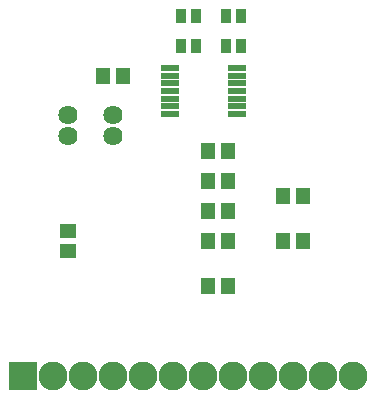
<source format=gbr>
G04 EAGLE Gerber RS-274X export*
G75*
%MOMM*%
%FSLAX34Y34*%
%LPD*%
%INSoldermask Top*%
%IPPOS*%
%AMOC8*
5,1,8,0,0,1.08239X$1,22.5*%
G01*
%ADD10C,1.625600*%
%ADD11R,1.354000X1.254000*%
%ADD12R,1.254000X1.354000*%
%ADD13R,2.438400X2.438400*%
%ADD14C,2.438400*%
%ADD15R,1.636600X0.526200*%
%ADD16R,0.954000X1.154000*%


D10*
X101600Y360934D03*
X101600Y342900D03*
X139700Y342900D03*
X139700Y360934D03*
D11*
X101600Y262500D03*
X101600Y245500D03*
D12*
X283600Y254000D03*
X300600Y254000D03*
X220100Y304800D03*
X237100Y304800D03*
X300600Y292100D03*
X283600Y292100D03*
X220100Y279400D03*
X237100Y279400D03*
X131200Y393700D03*
X148200Y393700D03*
X220100Y254000D03*
X237100Y254000D03*
X220100Y215900D03*
X237100Y215900D03*
D13*
X63500Y139700D03*
D14*
X88900Y139700D03*
X114300Y139700D03*
X139700Y139700D03*
X165100Y139700D03*
X190500Y139700D03*
X215900Y139700D03*
X241300Y139700D03*
X266700Y139700D03*
X292100Y139700D03*
X317500Y139700D03*
X342900Y139700D03*
D15*
X187650Y400500D03*
X187650Y394000D03*
X187650Y387500D03*
X187650Y381000D03*
X187650Y374500D03*
X187650Y368000D03*
X187650Y361500D03*
X244150Y361500D03*
X244150Y368000D03*
X244150Y374500D03*
X244150Y381000D03*
X244150Y387500D03*
X244150Y394000D03*
X244150Y400500D03*
D12*
X237100Y330200D03*
X220100Y330200D03*
D16*
X196700Y419100D03*
X209700Y419100D03*
X234800Y419100D03*
X247800Y419100D03*
X196700Y444500D03*
X209700Y444500D03*
X234800Y444500D03*
X247800Y444500D03*
M02*

</source>
